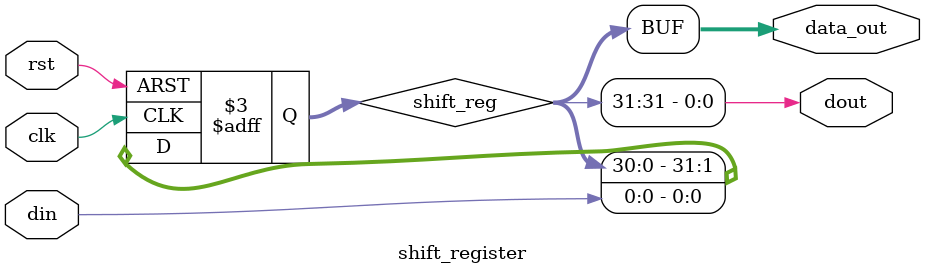
<source format=v>
module shift_register #(
    parameter N = 32
)(
    input  wire clk,
    input  wire rst,
    input  wire din,
    output wire dout,
    output wire [N-1:0] data_out   // optional: access all stages
);

    reg [N-1:0] shift_reg;

    always @(negedge rst or posedge clk) begin
        if (!rst)
            shift_reg <= {N{1'b0}};
        else
            shift_reg <= {shift_reg[N-2:0], din};
    end

    assign dout = shift_reg[N-1];
    assign data_out = shift_reg;

endmodule

</source>
